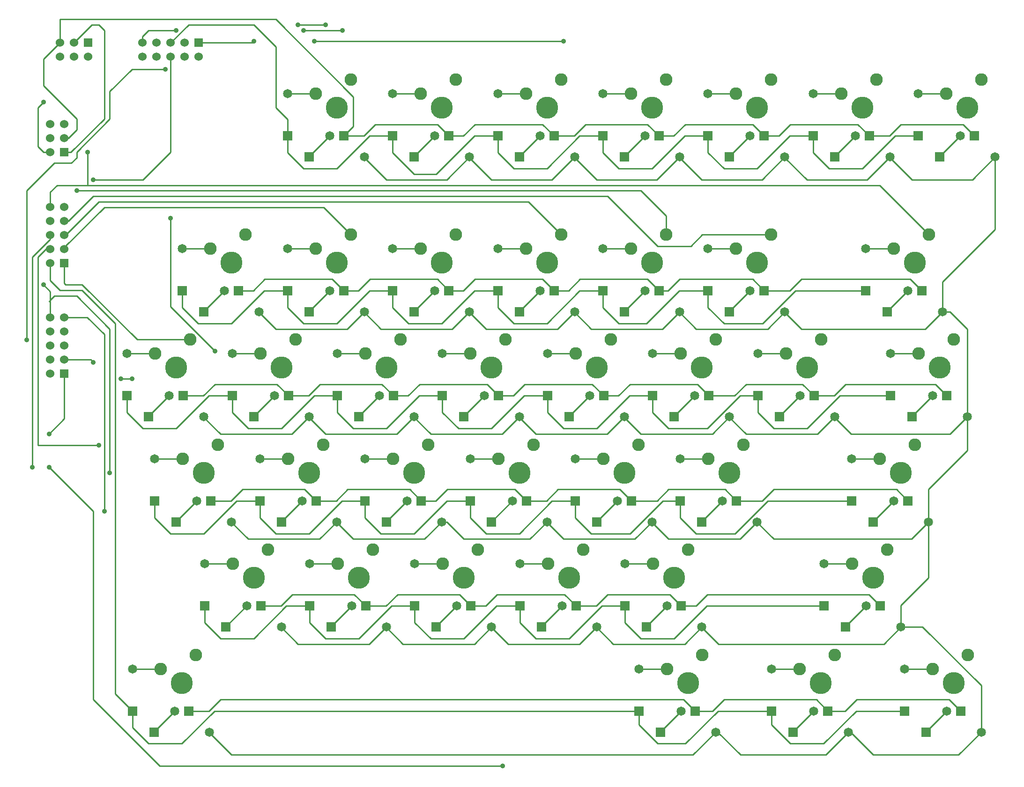
<source format=gtl>
G04 (created by PCBNEW (2013-07-07 BZR 4022)-stable) date 11/1/2014 6:00:42 PM*
%MOIN*%
G04 Gerber Fmt 3.4, Leading zero omitted, Abs format*
%FSLAX34Y34*%
G01*
G70*
G90*
G04 APERTURE LIST*
%ADD10C,0.00590551*%
%ADD11C,0.09*%
%ADD12C,0.157*%
%ADD13C,0.065*%
%ADD14R,0.065X0.065*%
%ADD15R,0.06X0.06*%
%ADD16C,0.06*%
%ADD17C,0.035*%
%ADD18C,0.01*%
G04 APERTURE END LIST*
G54D10*
G54D11*
X46669Y-15716D03*
X44169Y-16716D03*
G54D12*
X45669Y-17716D03*
G54D13*
X42169Y-16716D03*
G54D14*
X42169Y-19716D03*
G54D13*
X45169Y-19716D03*
G54D14*
X46169Y-19716D03*
X43700Y-21216D03*
G54D13*
X47637Y-21216D03*
G54D11*
X57692Y-34220D03*
X55192Y-35220D03*
G54D12*
X56692Y-36220D03*
G54D13*
X53192Y-35220D03*
G54D14*
X53192Y-38220D03*
G54D13*
X56192Y-38220D03*
G54D14*
X57192Y-38220D03*
X54724Y-39720D03*
G54D13*
X58661Y-39720D03*
G54D11*
X52181Y-41700D03*
X49681Y-42700D03*
G54D12*
X51181Y-43700D03*
G54D13*
X47681Y-42700D03*
G54D14*
X47681Y-45700D03*
G54D13*
X50681Y-45700D03*
G54D14*
X51681Y-45700D03*
X49212Y-47200D03*
G54D13*
X53149Y-47200D03*
G54D11*
X48244Y-49181D03*
X45744Y-50181D03*
G54D12*
X47244Y-51181D03*
G54D13*
X43744Y-50181D03*
G54D14*
X43744Y-53181D03*
G54D13*
X46744Y-53181D03*
G54D14*
X47744Y-53181D03*
X45275Y-54681D03*
G54D13*
X49212Y-54681D03*
G54D11*
X28165Y-56661D03*
X25665Y-57661D03*
G54D12*
X27165Y-58661D03*
G54D13*
X23665Y-57661D03*
G54D14*
X23665Y-60661D03*
G54D13*
X26665Y-60661D03*
G54D14*
X27665Y-60661D03*
X25196Y-62161D03*
G54D13*
X29133Y-62161D03*
G54D11*
X54149Y-15716D03*
X51649Y-16716D03*
G54D12*
X53149Y-17716D03*
G54D13*
X49649Y-16716D03*
G54D14*
X49649Y-19716D03*
G54D13*
X52649Y-19716D03*
G54D14*
X53649Y-19716D03*
X51181Y-21216D03*
G54D13*
X55118Y-21216D03*
G54D11*
X46669Y-26740D03*
X44169Y-27740D03*
G54D12*
X45669Y-28740D03*
G54D13*
X42169Y-27740D03*
G54D14*
X42169Y-30740D03*
G54D13*
X45169Y-30740D03*
G54D14*
X46169Y-30740D03*
X43700Y-32240D03*
G54D13*
X47637Y-32240D03*
G54D11*
X50212Y-34220D03*
X47712Y-35220D03*
G54D12*
X49212Y-36220D03*
G54D13*
X45712Y-35220D03*
G54D14*
X45712Y-38220D03*
G54D13*
X48712Y-38220D03*
G54D14*
X49712Y-38220D03*
X47244Y-39720D03*
G54D13*
X51181Y-39720D03*
G54D11*
X44700Y-41700D03*
X42200Y-42700D03*
G54D12*
X43700Y-43700D03*
G54D13*
X40200Y-42700D03*
G54D14*
X40200Y-45700D03*
G54D13*
X43200Y-45700D03*
G54D14*
X44200Y-45700D03*
X41732Y-47200D03*
G54D13*
X45669Y-47200D03*
G54D11*
X40763Y-49181D03*
X38263Y-50181D03*
G54D12*
X39763Y-51181D03*
G54D13*
X36263Y-50181D03*
G54D14*
X36263Y-53181D03*
G54D13*
X39263Y-53181D03*
G54D14*
X40263Y-53181D03*
X37795Y-54681D03*
G54D13*
X41732Y-54681D03*
G54D11*
X84070Y-15716D03*
X81570Y-16716D03*
G54D12*
X83070Y-17716D03*
G54D13*
X79570Y-16716D03*
G54D14*
X79570Y-19716D03*
G54D13*
X82570Y-19716D03*
G54D14*
X83570Y-19716D03*
X81102Y-21216D03*
G54D13*
X85039Y-21216D03*
G54D11*
X39188Y-26740D03*
X36688Y-27740D03*
G54D12*
X38188Y-28740D03*
G54D13*
X34688Y-27740D03*
G54D14*
X34688Y-30740D03*
G54D13*
X37688Y-30740D03*
G54D14*
X38688Y-30740D03*
X36220Y-32240D03*
G54D13*
X40157Y-32240D03*
G54D11*
X42732Y-34220D03*
X40232Y-35220D03*
G54D12*
X41732Y-36220D03*
G54D13*
X38232Y-35220D03*
G54D14*
X38232Y-38220D03*
G54D13*
X41232Y-38220D03*
G54D14*
X42232Y-38220D03*
X39763Y-39720D03*
G54D13*
X43700Y-39720D03*
G54D11*
X37220Y-41700D03*
X34720Y-42700D03*
G54D12*
X36220Y-43700D03*
G54D13*
X32720Y-42700D03*
G54D14*
X32720Y-45700D03*
G54D13*
X35720Y-45700D03*
G54D14*
X36720Y-45700D03*
X34251Y-47200D03*
G54D13*
X38188Y-47200D03*
G54D11*
X33283Y-49181D03*
X30783Y-50181D03*
G54D12*
X32283Y-51181D03*
G54D13*
X28783Y-50181D03*
G54D14*
X28783Y-53181D03*
G54D13*
X31783Y-53181D03*
G54D14*
X32783Y-53181D03*
X30314Y-54681D03*
G54D13*
X34251Y-54681D03*
G54D11*
X39188Y-15716D03*
X36688Y-16716D03*
G54D12*
X38188Y-17716D03*
G54D13*
X34688Y-16716D03*
G54D14*
X34688Y-19716D03*
G54D13*
X37688Y-19716D03*
G54D14*
X38688Y-19716D03*
X36220Y-21216D03*
G54D13*
X40157Y-21216D03*
G54D11*
X31708Y-26740D03*
X29208Y-27740D03*
G54D12*
X30708Y-28740D03*
G54D13*
X27208Y-27740D03*
G54D14*
X27208Y-30740D03*
G54D13*
X30208Y-30740D03*
G54D14*
X31208Y-30740D03*
X28740Y-32240D03*
G54D13*
X32677Y-32240D03*
G54D11*
X35251Y-34220D03*
X32751Y-35220D03*
G54D12*
X34251Y-36220D03*
G54D13*
X30751Y-35220D03*
G54D14*
X30751Y-38220D03*
G54D13*
X33751Y-38220D03*
G54D14*
X34751Y-38220D03*
X32283Y-39720D03*
G54D13*
X36220Y-39720D03*
G54D11*
X29740Y-41700D03*
X27240Y-42700D03*
G54D12*
X28740Y-43700D03*
G54D13*
X25240Y-42700D03*
G54D14*
X25240Y-45700D03*
G54D13*
X28240Y-45700D03*
G54D14*
X29240Y-45700D03*
X26771Y-47200D03*
G54D13*
X30708Y-47200D03*
G54D11*
X27771Y-34220D03*
X25271Y-35220D03*
G54D12*
X26771Y-36220D03*
G54D13*
X23271Y-35220D03*
G54D14*
X23271Y-38220D03*
G54D13*
X26271Y-38220D03*
G54D14*
X27271Y-38220D03*
X24803Y-39720D03*
G54D13*
X28740Y-39720D03*
G54D11*
X54149Y-26740D03*
X51649Y-27740D03*
G54D12*
X53149Y-28740D03*
G54D13*
X49649Y-27740D03*
G54D14*
X49649Y-30740D03*
G54D13*
X52649Y-30740D03*
G54D14*
X53649Y-30740D03*
X51181Y-32240D03*
G54D13*
X55118Y-32240D03*
G54D11*
X80330Y-26740D03*
X77830Y-27740D03*
G54D12*
X79330Y-28740D03*
G54D13*
X75830Y-27740D03*
G54D14*
X75830Y-30740D03*
G54D13*
X78830Y-30740D03*
G54D14*
X79830Y-30740D03*
X77362Y-32240D03*
G54D13*
X81299Y-32240D03*
G54D11*
X82102Y-34220D03*
X79602Y-35220D03*
G54D12*
X81102Y-36220D03*
G54D13*
X77602Y-35220D03*
G54D14*
X77602Y-38220D03*
G54D13*
X80602Y-38220D03*
G54D14*
X81602Y-38220D03*
X79133Y-39720D03*
G54D13*
X83070Y-39720D03*
G54D11*
X79346Y-41700D03*
X76846Y-42700D03*
G54D12*
X78346Y-43700D03*
G54D13*
X74846Y-42700D03*
G54D14*
X74846Y-45700D03*
G54D13*
X77846Y-45700D03*
G54D14*
X78846Y-45700D03*
X76377Y-47200D03*
G54D13*
X80314Y-47200D03*
G54D11*
X77377Y-49181D03*
X74877Y-50181D03*
G54D12*
X76377Y-51181D03*
G54D13*
X72877Y-50181D03*
G54D14*
X72877Y-53181D03*
G54D13*
X75877Y-53181D03*
G54D14*
X76877Y-53181D03*
X74409Y-54681D03*
G54D13*
X78346Y-54681D03*
G54D11*
X83086Y-56661D03*
X80586Y-57661D03*
G54D12*
X82086Y-58661D03*
G54D13*
X78586Y-57661D03*
G54D14*
X78586Y-60661D03*
G54D13*
X81586Y-60661D03*
G54D14*
X82586Y-60661D03*
X80118Y-62161D03*
G54D13*
X84055Y-62161D03*
G54D11*
X76590Y-15716D03*
X74090Y-16716D03*
G54D12*
X75590Y-17716D03*
G54D13*
X72090Y-16716D03*
G54D14*
X72090Y-19716D03*
G54D13*
X75090Y-19716D03*
G54D14*
X76090Y-19716D03*
X73622Y-21216D03*
G54D13*
X77559Y-21216D03*
G54D11*
X69110Y-26740D03*
X66610Y-27740D03*
G54D12*
X68110Y-28740D03*
G54D13*
X64610Y-27740D03*
G54D14*
X64610Y-30740D03*
G54D13*
X67610Y-30740D03*
G54D14*
X68610Y-30740D03*
X66141Y-32240D03*
G54D13*
X70078Y-32240D03*
G54D11*
X72653Y-34220D03*
X70153Y-35220D03*
G54D12*
X71653Y-36220D03*
G54D13*
X68153Y-35220D03*
G54D14*
X68153Y-38220D03*
G54D13*
X71153Y-38220D03*
G54D14*
X72153Y-38220D03*
X69685Y-39720D03*
G54D13*
X73622Y-39720D03*
G54D11*
X67141Y-41700D03*
X64641Y-42700D03*
G54D12*
X66141Y-43700D03*
G54D13*
X62641Y-42700D03*
G54D14*
X62641Y-45700D03*
G54D13*
X65641Y-45700D03*
G54D14*
X66641Y-45700D03*
X64173Y-47200D03*
G54D13*
X68110Y-47200D03*
G54D11*
X63204Y-49181D03*
X60704Y-50181D03*
G54D12*
X62204Y-51181D03*
G54D13*
X58704Y-50181D03*
G54D14*
X58704Y-53181D03*
G54D13*
X61704Y-53181D03*
G54D14*
X62704Y-53181D03*
X60236Y-54681D03*
G54D13*
X64173Y-54681D03*
G54D11*
X73637Y-56661D03*
X71137Y-57661D03*
G54D12*
X72637Y-58661D03*
G54D13*
X69137Y-57661D03*
G54D14*
X69137Y-60661D03*
G54D13*
X72137Y-60661D03*
G54D14*
X73137Y-60661D03*
X70669Y-62161D03*
G54D13*
X74606Y-62161D03*
G54D11*
X69110Y-15716D03*
X66610Y-16716D03*
G54D12*
X68110Y-17716D03*
G54D13*
X64610Y-16716D03*
G54D14*
X64610Y-19716D03*
G54D13*
X67610Y-19716D03*
G54D14*
X68610Y-19716D03*
X66141Y-21216D03*
G54D13*
X70078Y-21216D03*
G54D11*
X61629Y-26740D03*
X59129Y-27740D03*
G54D12*
X60629Y-28740D03*
G54D13*
X57129Y-27740D03*
G54D14*
X57129Y-30740D03*
G54D13*
X60129Y-30740D03*
G54D14*
X61129Y-30740D03*
X58661Y-32240D03*
G54D13*
X62598Y-32240D03*
G54D11*
X65173Y-34220D03*
X62673Y-35220D03*
G54D12*
X64173Y-36220D03*
G54D13*
X60673Y-35220D03*
G54D14*
X60673Y-38220D03*
G54D13*
X63673Y-38220D03*
G54D14*
X64673Y-38220D03*
X62204Y-39720D03*
G54D13*
X66141Y-39720D03*
G54D11*
X59661Y-41700D03*
X57161Y-42700D03*
G54D12*
X58661Y-43700D03*
G54D13*
X55161Y-42700D03*
G54D14*
X55161Y-45700D03*
G54D13*
X58161Y-45700D03*
G54D14*
X59161Y-45700D03*
X56692Y-47200D03*
G54D13*
X60629Y-47200D03*
G54D11*
X55724Y-49181D03*
X53224Y-50181D03*
G54D12*
X54724Y-51181D03*
G54D13*
X51224Y-50181D03*
G54D14*
X51224Y-53181D03*
G54D13*
X54224Y-53181D03*
G54D14*
X55224Y-53181D03*
X52755Y-54681D03*
G54D13*
X56692Y-54681D03*
G54D11*
X64188Y-56661D03*
X61688Y-57661D03*
G54D12*
X63188Y-58661D03*
G54D13*
X59688Y-57661D03*
G54D14*
X59688Y-60661D03*
G54D13*
X62688Y-60661D03*
G54D14*
X63688Y-60661D03*
X61220Y-62161D03*
G54D13*
X65157Y-62161D03*
G54D11*
X61629Y-15716D03*
X59129Y-16716D03*
G54D12*
X60629Y-17716D03*
G54D13*
X57129Y-16716D03*
G54D14*
X57129Y-19716D03*
G54D13*
X60129Y-19716D03*
G54D14*
X61129Y-19716D03*
X58661Y-21216D03*
G54D13*
X62598Y-21216D03*
G54D15*
X28377Y-13082D03*
G54D16*
X28377Y-14082D03*
X27377Y-13082D03*
X27377Y-14082D03*
X26377Y-13082D03*
X26377Y-14082D03*
X25377Y-13082D03*
X25377Y-14082D03*
X24377Y-13082D03*
X24377Y-14082D03*
G54D15*
X18807Y-36645D03*
G54D16*
X17807Y-36645D03*
X18807Y-35645D03*
X17807Y-35645D03*
X18807Y-34645D03*
X17807Y-34645D03*
X18807Y-33645D03*
X17807Y-33645D03*
X18807Y-32645D03*
X17807Y-32645D03*
G54D15*
X18807Y-28771D03*
G54D16*
X17807Y-28771D03*
X18807Y-27771D03*
X17807Y-27771D03*
X18807Y-26771D03*
X17807Y-26771D03*
X18807Y-25771D03*
X17807Y-25771D03*
X18807Y-24771D03*
X17807Y-24771D03*
G54D15*
X20488Y-13082D03*
G54D16*
X20488Y-14082D03*
X19488Y-13082D03*
X19488Y-14082D03*
X18488Y-13082D03*
X18488Y-14082D03*
G54D15*
X18807Y-20881D03*
G54D16*
X17807Y-20881D03*
X18807Y-19881D03*
X17807Y-19881D03*
X18807Y-18881D03*
X17807Y-18881D03*
G54D17*
X20866Y-35826D03*
X22834Y-37007D03*
X23622Y-37007D03*
X20866Y-22834D03*
X25984Y-14960D03*
X16141Y-34251D03*
X32283Y-12992D03*
X36614Y-12992D03*
X54330Y-12992D03*
X50000Y-64566D03*
X17716Y-43307D03*
X17716Y-40944D03*
X26377Y-25590D03*
X29527Y-35039D03*
X17322Y-17322D03*
X35433Y-11811D03*
X37401Y-11811D03*
X17322Y-30314D03*
X22047Y-43700D03*
X26771Y-12204D03*
X35826Y-12204D03*
X38582Y-12204D03*
X21653Y-46456D03*
X16535Y-43307D03*
X21259Y-41732D03*
X20472Y-20866D03*
X19685Y-23622D03*
G54D18*
X18807Y-19881D02*
X19094Y-19881D01*
X17322Y-14248D02*
X18488Y-13082D01*
X17322Y-16141D02*
X17322Y-14248D01*
X19685Y-18503D02*
X17322Y-16141D01*
X19685Y-19291D02*
X19685Y-18503D01*
X19094Y-19881D02*
X19685Y-19291D01*
X18488Y-13082D02*
X18488Y-11433D01*
X39370Y-19035D02*
X38688Y-19716D01*
X39370Y-16929D02*
X39370Y-19035D01*
X33858Y-11417D02*
X39370Y-16929D01*
X18503Y-11417D02*
X33858Y-11417D01*
X18488Y-11433D02*
X18503Y-11417D01*
X76090Y-19716D02*
X77527Y-19716D01*
X77527Y-19716D02*
X78346Y-18897D01*
X78346Y-18897D02*
X82751Y-18897D01*
X82751Y-18897D02*
X83570Y-19716D01*
X68610Y-19716D02*
X69653Y-19716D01*
X75271Y-18897D02*
X76090Y-19716D01*
X70472Y-18897D02*
X75271Y-18897D01*
X69653Y-19716D02*
X70472Y-18897D01*
X61129Y-19716D02*
X62173Y-19716D01*
X67791Y-18897D02*
X68610Y-19716D01*
X62992Y-18897D02*
X67791Y-18897D01*
X62173Y-19716D02*
X62992Y-18897D01*
X53649Y-19716D02*
X55086Y-19716D01*
X60311Y-18897D02*
X61129Y-19716D01*
X55905Y-18897D02*
X60311Y-18897D01*
X55086Y-19716D02*
X55905Y-18897D01*
X46169Y-19716D02*
X47212Y-19716D01*
X52830Y-18897D02*
X53649Y-19716D01*
X48031Y-18897D02*
X52830Y-18897D01*
X47212Y-19716D02*
X48031Y-18897D01*
X38688Y-19716D02*
X40125Y-19716D01*
X45350Y-18897D02*
X46169Y-19716D01*
X40944Y-18897D02*
X45350Y-18897D01*
X40125Y-19716D02*
X40944Y-18897D01*
X68610Y-30740D02*
X70440Y-30740D01*
X70440Y-30740D02*
X71259Y-29921D01*
X71259Y-29921D02*
X79011Y-29921D01*
X79011Y-29921D02*
X79830Y-30740D01*
X61129Y-30740D02*
X61779Y-30740D01*
X67791Y-29921D02*
X68610Y-30740D01*
X62598Y-29921D02*
X67791Y-29921D01*
X61779Y-30740D02*
X62598Y-29921D01*
X53649Y-30740D02*
X54692Y-30740D01*
X60311Y-29921D02*
X61129Y-30740D01*
X55511Y-29921D02*
X60311Y-29921D01*
X54692Y-30740D02*
X55511Y-29921D01*
X46169Y-30740D02*
X47212Y-30740D01*
X52830Y-29921D02*
X53649Y-30740D01*
X48031Y-29921D02*
X52830Y-29921D01*
X47212Y-30740D02*
X48031Y-29921D01*
X38688Y-30740D02*
X39732Y-30740D01*
X45350Y-29921D02*
X46169Y-30740D01*
X40551Y-29921D02*
X45350Y-29921D01*
X39732Y-30740D02*
X40551Y-29921D01*
X31208Y-30740D02*
X32251Y-30740D01*
X37870Y-29921D02*
X38688Y-30740D01*
X33070Y-29921D02*
X37870Y-29921D01*
X32251Y-30740D02*
X33070Y-29921D01*
X72153Y-38220D02*
X73590Y-38220D01*
X73590Y-38220D02*
X74409Y-37401D01*
X74409Y-37401D02*
X80783Y-37401D01*
X80783Y-37401D02*
X81602Y-38220D01*
X64673Y-38220D02*
X66503Y-38220D01*
X71334Y-37401D02*
X72153Y-38220D01*
X67322Y-37401D02*
X71334Y-37401D01*
X66503Y-38220D02*
X67322Y-37401D01*
X57192Y-38220D02*
X58236Y-38220D01*
X63854Y-37401D02*
X64673Y-38220D01*
X59055Y-37401D02*
X63854Y-37401D01*
X58236Y-38220D02*
X59055Y-37401D01*
X49712Y-38220D02*
X50755Y-38220D01*
X56374Y-37401D02*
X57192Y-38220D01*
X51574Y-37401D02*
X56374Y-37401D01*
X50755Y-38220D02*
X51574Y-37401D01*
X42232Y-38220D02*
X43275Y-38220D01*
X48893Y-37401D02*
X49712Y-38220D01*
X44094Y-37401D02*
X48893Y-37401D01*
X43275Y-38220D02*
X44094Y-37401D01*
X34751Y-38220D02*
X36188Y-38220D01*
X41413Y-37401D02*
X42232Y-38220D01*
X37007Y-37401D02*
X41413Y-37401D01*
X36188Y-38220D02*
X37007Y-37401D01*
X27271Y-38220D02*
X28708Y-38220D01*
X33933Y-37401D02*
X34751Y-38220D01*
X29527Y-37401D02*
X33933Y-37401D01*
X28708Y-38220D02*
X29527Y-37401D01*
X66641Y-45700D02*
X68472Y-45700D01*
X68472Y-45700D02*
X69291Y-44881D01*
X69291Y-44881D02*
X78027Y-44881D01*
X78027Y-44881D02*
X78846Y-45700D01*
X59161Y-45700D02*
X60992Y-45700D01*
X65822Y-44881D02*
X66641Y-45700D01*
X61811Y-44881D02*
X65822Y-44881D01*
X60992Y-45700D02*
X61811Y-44881D01*
X51681Y-45700D02*
X53118Y-45700D01*
X58342Y-44881D02*
X59161Y-45700D01*
X53937Y-44881D02*
X58342Y-44881D01*
X53118Y-45700D02*
X53937Y-44881D01*
X44200Y-45700D02*
X45244Y-45700D01*
X50862Y-44881D02*
X51681Y-45700D01*
X46062Y-44881D02*
X50862Y-44881D01*
X45244Y-45700D02*
X46062Y-44881D01*
X36720Y-45700D02*
X38157Y-45700D01*
X43381Y-44881D02*
X44200Y-45700D01*
X38976Y-44881D02*
X43381Y-44881D01*
X38157Y-45700D02*
X38976Y-44881D01*
X29240Y-45700D02*
X30677Y-45700D01*
X35901Y-44881D02*
X36720Y-45700D01*
X31496Y-44881D02*
X35901Y-44881D01*
X30677Y-45700D02*
X31496Y-44881D01*
X62704Y-53181D02*
X63748Y-53181D01*
X63748Y-53181D02*
X64566Y-52362D01*
X64566Y-52362D02*
X76059Y-52362D01*
X76059Y-52362D02*
X76877Y-53181D01*
X55224Y-53181D02*
X56661Y-53181D01*
X61885Y-52362D02*
X62704Y-53181D01*
X57480Y-52362D02*
X61885Y-52362D01*
X56661Y-53181D02*
X57480Y-52362D01*
X47744Y-53181D02*
X48787Y-53181D01*
X54405Y-52362D02*
X55224Y-53181D01*
X49606Y-52362D02*
X54405Y-52362D01*
X48787Y-53181D02*
X49606Y-52362D01*
X40263Y-53181D02*
X41700Y-53181D01*
X46925Y-52362D02*
X47744Y-53181D01*
X42519Y-52362D02*
X46925Y-52362D01*
X41700Y-53181D02*
X42519Y-52362D01*
X32783Y-53181D02*
X34220Y-53181D01*
X39444Y-52362D02*
X40263Y-53181D01*
X35039Y-52362D02*
X39444Y-52362D01*
X34220Y-53181D02*
X35039Y-52362D01*
X27665Y-60661D02*
X29102Y-60661D01*
X62870Y-59842D02*
X63688Y-60661D01*
X29921Y-59842D02*
X62870Y-59842D01*
X29102Y-60661D02*
X29921Y-59842D01*
X63688Y-60661D02*
X64929Y-60661D01*
X72318Y-59842D02*
X73137Y-60661D01*
X65748Y-59842D02*
X72318Y-59842D01*
X64929Y-60661D02*
X65748Y-59842D01*
X73137Y-60661D02*
X74377Y-60661D01*
X81767Y-59842D02*
X82586Y-60661D01*
X75196Y-59842D02*
X81767Y-59842D01*
X74377Y-60661D02*
X75196Y-59842D01*
X78586Y-57661D02*
X80586Y-57661D01*
X58704Y-50181D02*
X60704Y-50181D01*
X54724Y-39720D02*
X54724Y-39688D01*
X54724Y-39688D02*
X56192Y-38220D01*
X81102Y-21216D02*
X81102Y-21185D01*
X81102Y-21185D02*
X82570Y-19716D01*
X80118Y-62161D02*
X80118Y-62129D01*
X80118Y-62129D02*
X81586Y-60661D01*
X60236Y-54681D02*
X60236Y-54649D01*
X60236Y-54649D02*
X61704Y-53181D01*
X69137Y-57661D02*
X71137Y-57661D01*
X28783Y-50181D02*
X30783Y-50181D01*
X36220Y-32240D02*
X36220Y-32208D01*
X36220Y-32208D02*
X37688Y-30740D01*
X38232Y-35220D02*
X40232Y-35220D01*
X39763Y-39720D02*
X39763Y-39688D01*
X39763Y-39688D02*
X41232Y-38220D01*
X32720Y-42700D02*
X34720Y-42700D01*
X34251Y-47200D02*
X34251Y-47169D01*
X34251Y-47169D02*
X35720Y-45700D01*
X81299Y-32240D02*
X81299Y-30118D01*
X85039Y-26377D02*
X85039Y-21216D01*
X81299Y-30118D02*
X85039Y-26377D01*
X83070Y-39720D02*
X83070Y-33464D01*
X81846Y-32240D02*
X81299Y-32240D01*
X83070Y-33464D02*
X81846Y-32240D01*
X80314Y-47200D02*
X80314Y-44881D01*
X83070Y-42125D02*
X83070Y-39720D01*
X80314Y-44881D02*
X83070Y-42125D01*
X78346Y-54681D02*
X78346Y-53149D01*
X80314Y-51181D02*
X80314Y-47200D01*
X78346Y-53149D02*
X80314Y-51181D01*
X84055Y-62161D02*
X84055Y-58858D01*
X79877Y-54681D02*
X78346Y-54681D01*
X84055Y-58858D02*
X79877Y-54681D01*
X77559Y-21216D02*
X77559Y-21259D01*
X77559Y-21259D02*
X79133Y-22834D01*
X79133Y-22834D02*
X83421Y-22834D01*
X83421Y-22834D02*
X85039Y-21216D01*
X70078Y-21216D02*
X70078Y-21259D01*
X75940Y-22834D02*
X77559Y-21216D01*
X71653Y-22834D02*
X75940Y-22834D01*
X70078Y-21259D02*
X71653Y-22834D01*
X62598Y-21216D02*
X62598Y-21259D01*
X68460Y-22834D02*
X70078Y-21216D01*
X64173Y-22834D02*
X68460Y-22834D01*
X62598Y-21259D02*
X64173Y-22834D01*
X55118Y-21216D02*
X55118Y-21259D01*
X60980Y-22834D02*
X62598Y-21216D01*
X56692Y-22834D02*
X60980Y-22834D01*
X55118Y-21259D02*
X56692Y-22834D01*
X47637Y-21216D02*
X47637Y-21259D01*
X53500Y-22834D02*
X55118Y-21216D01*
X49212Y-22834D02*
X53500Y-22834D01*
X47637Y-21259D02*
X49212Y-22834D01*
X40157Y-21216D02*
X40157Y-21259D01*
X46019Y-22834D02*
X47637Y-21216D01*
X41732Y-22834D02*
X46019Y-22834D01*
X40157Y-21259D02*
X41732Y-22834D01*
X70078Y-32240D02*
X70078Y-32283D01*
X70078Y-32283D02*
X71259Y-33464D01*
X71259Y-33464D02*
X80074Y-33464D01*
X80074Y-33464D02*
X81299Y-32240D01*
X62598Y-32240D02*
X62598Y-32283D01*
X68854Y-33464D02*
X70078Y-32240D01*
X63779Y-33464D02*
X68854Y-33464D01*
X62598Y-32283D02*
X63779Y-33464D01*
X55118Y-32240D02*
X55118Y-32283D01*
X61374Y-33464D02*
X62598Y-32240D01*
X56299Y-33464D02*
X61374Y-33464D01*
X55118Y-32283D02*
X56299Y-33464D01*
X47637Y-32240D02*
X47637Y-32283D01*
X53893Y-33464D02*
X55118Y-32240D01*
X48818Y-33464D02*
X53893Y-33464D01*
X47637Y-32283D02*
X48818Y-33464D01*
X40157Y-32240D02*
X40157Y-32283D01*
X46413Y-33464D02*
X47637Y-32240D01*
X41338Y-33464D02*
X46413Y-33464D01*
X40157Y-32283D02*
X41338Y-33464D01*
X32677Y-32240D02*
X32677Y-32283D01*
X38933Y-33464D02*
X40157Y-32240D01*
X33858Y-33464D02*
X38933Y-33464D01*
X32677Y-32283D02*
X33858Y-33464D01*
X73622Y-39720D02*
X73622Y-39763D01*
X73622Y-39763D02*
X74803Y-40944D01*
X74803Y-40944D02*
X81846Y-40944D01*
X81846Y-40944D02*
X83070Y-39720D01*
X66141Y-39720D02*
X66141Y-39763D01*
X72397Y-40944D02*
X73622Y-39720D01*
X67322Y-40944D02*
X72397Y-40944D01*
X66141Y-39763D02*
X67322Y-40944D01*
X58661Y-39720D02*
X58661Y-39763D01*
X64917Y-40944D02*
X66141Y-39720D01*
X59842Y-40944D02*
X64917Y-40944D01*
X58661Y-39763D02*
X59842Y-40944D01*
X51181Y-39720D02*
X51181Y-39763D01*
X57437Y-40944D02*
X58661Y-39720D01*
X52362Y-40944D02*
X57437Y-40944D01*
X51181Y-39763D02*
X52362Y-40944D01*
X43700Y-39720D02*
X43700Y-39763D01*
X49956Y-40944D02*
X51181Y-39720D01*
X44881Y-40944D02*
X49956Y-40944D01*
X43700Y-39763D02*
X44881Y-40944D01*
X36220Y-39720D02*
X36220Y-39763D01*
X42476Y-40944D02*
X43700Y-39720D01*
X37401Y-40944D02*
X42476Y-40944D01*
X36220Y-39763D02*
X37401Y-40944D01*
X28740Y-39720D02*
X28740Y-39763D01*
X34996Y-40944D02*
X36220Y-39720D01*
X29921Y-40944D02*
X34996Y-40944D01*
X28740Y-39763D02*
X29921Y-40944D01*
X68110Y-47200D02*
X68110Y-47244D01*
X68110Y-47244D02*
X69291Y-48425D01*
X69291Y-48425D02*
X79090Y-48425D01*
X79090Y-48425D02*
X80314Y-47200D01*
X60629Y-47200D02*
X60629Y-47244D01*
X66885Y-48425D02*
X68110Y-47200D01*
X61811Y-48425D02*
X66885Y-48425D01*
X60629Y-47244D02*
X61811Y-48425D01*
X53149Y-47200D02*
X53149Y-47244D01*
X59405Y-48425D02*
X60629Y-47200D01*
X54330Y-48425D02*
X59405Y-48425D01*
X53149Y-47244D02*
X54330Y-48425D01*
X45669Y-47200D02*
X46019Y-47200D01*
X51925Y-48425D02*
X53149Y-47200D01*
X47244Y-48425D02*
X51925Y-48425D01*
X46019Y-47200D02*
X47244Y-48425D01*
X38188Y-47200D02*
X38188Y-47244D01*
X44444Y-48425D02*
X45669Y-47200D01*
X39370Y-48425D02*
X44444Y-48425D01*
X38188Y-47244D02*
X39370Y-48425D01*
X30708Y-47200D02*
X30708Y-47244D01*
X36964Y-48425D02*
X38188Y-47200D01*
X31889Y-48425D02*
X36964Y-48425D01*
X30708Y-47244D02*
X31889Y-48425D01*
X64173Y-54681D02*
X64173Y-54724D01*
X64173Y-54724D02*
X65354Y-55905D01*
X65354Y-55905D02*
X77122Y-55905D01*
X77122Y-55905D02*
X78346Y-54681D01*
X56692Y-54681D02*
X56692Y-54724D01*
X62948Y-55905D02*
X64173Y-54681D01*
X57874Y-55905D02*
X62948Y-55905D01*
X56692Y-54724D02*
X57874Y-55905D01*
X49212Y-54681D02*
X49212Y-54724D01*
X55468Y-55905D02*
X56692Y-54681D01*
X50393Y-55905D02*
X55468Y-55905D01*
X49212Y-54724D02*
X50393Y-55905D01*
X41732Y-54681D02*
X41732Y-54724D01*
X47988Y-55905D02*
X49212Y-54681D01*
X42913Y-55905D02*
X47988Y-55905D01*
X41732Y-54724D02*
X42913Y-55905D01*
X34251Y-54681D02*
X34251Y-54724D01*
X40507Y-55905D02*
X41732Y-54681D01*
X35433Y-55905D02*
X40507Y-55905D01*
X34251Y-54724D02*
X35433Y-55905D01*
X74606Y-62161D02*
X74759Y-62161D01*
X82437Y-63779D02*
X84055Y-62161D01*
X76377Y-63779D02*
X82437Y-63779D01*
X74759Y-62161D02*
X76377Y-63779D01*
X65157Y-62161D02*
X65311Y-62161D01*
X72988Y-63779D02*
X74606Y-62161D01*
X66929Y-63779D02*
X72988Y-63779D01*
X65311Y-62161D02*
X66929Y-63779D01*
X29133Y-62161D02*
X29133Y-62204D01*
X63539Y-63779D02*
X65157Y-62161D01*
X30708Y-63779D02*
X63539Y-63779D01*
X29133Y-62204D02*
X30708Y-63779D01*
X34688Y-16716D02*
X36688Y-16716D01*
X36220Y-21216D02*
X36220Y-21185D01*
X36220Y-21185D02*
X37688Y-19716D01*
X27208Y-27740D02*
X29208Y-27740D01*
X28740Y-32240D02*
X28740Y-32208D01*
X28740Y-32208D02*
X30208Y-30740D01*
X70669Y-62161D02*
X70669Y-62129D01*
X70669Y-62129D02*
X72137Y-60661D01*
X52755Y-54681D02*
X52755Y-54649D01*
X52755Y-54649D02*
X54224Y-53181D01*
X59688Y-57661D02*
X61688Y-57661D01*
X61220Y-62161D02*
X61220Y-62129D01*
X61220Y-62129D02*
X62688Y-60661D01*
X45275Y-54681D02*
X45275Y-54649D01*
X45275Y-54649D02*
X46744Y-53181D01*
X23665Y-57661D02*
X25665Y-57661D01*
X24803Y-39720D02*
X24803Y-39688D01*
X24803Y-39688D02*
X26271Y-38220D01*
X25196Y-62161D02*
X25196Y-62129D01*
X25196Y-62129D02*
X26665Y-60661D01*
X37795Y-54681D02*
X37795Y-54649D01*
X37795Y-54649D02*
X39263Y-53181D01*
X30314Y-54681D02*
X30314Y-54649D01*
X30314Y-54649D02*
X31783Y-53181D01*
X18807Y-28771D02*
X18807Y-30224D01*
X23984Y-34220D02*
X27771Y-34220D01*
X20078Y-30314D02*
X23984Y-34220D01*
X18897Y-30314D02*
X20078Y-30314D01*
X18807Y-30224D02*
X18897Y-30314D01*
X20685Y-35645D02*
X18807Y-35645D01*
X20866Y-35826D02*
X20685Y-35645D01*
X23622Y-37007D02*
X22834Y-37007D01*
X26377Y-20866D02*
X26377Y-14082D01*
X24409Y-22834D02*
X26377Y-20866D01*
X20866Y-22834D02*
X24409Y-22834D01*
X23622Y-14960D02*
X25984Y-14960D01*
X22047Y-16535D02*
X23622Y-14960D01*
X22047Y-18503D02*
X22047Y-16535D01*
X19685Y-20866D02*
X22047Y-18503D01*
X19685Y-21259D02*
X19685Y-20866D01*
X19291Y-21653D02*
X19685Y-21259D01*
X18110Y-21653D02*
X19291Y-21653D01*
X16141Y-23622D02*
X18110Y-21653D01*
X16141Y-34251D02*
X16141Y-23622D01*
X18807Y-36645D02*
X18807Y-39854D01*
X32192Y-13082D02*
X28377Y-13082D01*
X32283Y-12992D02*
X32192Y-13082D01*
X54330Y-12992D02*
X36614Y-12992D01*
X25590Y-64566D02*
X50000Y-64566D01*
X20866Y-59842D02*
X25590Y-64566D01*
X20866Y-46456D02*
X20866Y-59842D01*
X17716Y-43307D02*
X20866Y-46456D01*
X18807Y-39854D02*
X17716Y-40944D01*
X26377Y-31889D02*
X26377Y-25590D01*
X29527Y-35039D02*
X26377Y-31889D01*
X18807Y-20881D02*
X19275Y-20881D01*
X20759Y-11811D02*
X19488Y-13082D01*
X21259Y-11811D02*
X20759Y-11811D01*
X21653Y-12204D02*
X21259Y-11811D01*
X21653Y-18503D02*
X21653Y-12204D01*
X19275Y-20881D02*
X21653Y-18503D01*
X30751Y-35220D02*
X32751Y-35220D01*
X17807Y-20881D02*
X17338Y-20881D01*
X16929Y-17716D02*
X17322Y-17322D01*
X16929Y-20472D02*
X16929Y-17716D01*
X17338Y-20881D02*
X16929Y-20472D01*
X37401Y-11811D02*
X35433Y-11811D01*
X68153Y-38220D02*
X68153Y-39413D01*
X73984Y-38220D02*
X77602Y-38220D01*
X71653Y-40551D02*
X73984Y-38220D01*
X69291Y-40551D02*
X71653Y-40551D01*
X68153Y-39413D02*
X69291Y-40551D01*
X60673Y-38220D02*
X60673Y-39413D01*
X66897Y-38220D02*
X68153Y-38220D01*
X64566Y-40551D02*
X66897Y-38220D01*
X61811Y-40551D02*
X64566Y-40551D01*
X60673Y-39413D02*
X61811Y-40551D01*
X53192Y-38220D02*
X53192Y-39413D01*
X59023Y-38220D02*
X60673Y-38220D01*
X56692Y-40551D02*
X59023Y-38220D01*
X54330Y-40551D02*
X56692Y-40551D01*
X53192Y-39413D02*
X54330Y-40551D01*
X45712Y-38220D02*
X45712Y-39413D01*
X51543Y-38220D02*
X53192Y-38220D01*
X49212Y-40551D02*
X51543Y-38220D01*
X46850Y-40551D02*
X49212Y-40551D01*
X45712Y-39413D02*
X46850Y-40551D01*
X38232Y-38220D02*
X38232Y-39413D01*
X44062Y-38220D02*
X45712Y-38220D01*
X41732Y-40551D02*
X44062Y-38220D01*
X39370Y-40551D02*
X41732Y-40551D01*
X38232Y-39413D02*
X39370Y-40551D01*
X30751Y-38220D02*
X30751Y-39413D01*
X36582Y-38220D02*
X38232Y-38220D01*
X34251Y-40551D02*
X36582Y-38220D01*
X31889Y-40551D02*
X34251Y-40551D01*
X30751Y-39413D02*
X31889Y-40551D01*
X23271Y-38220D02*
X23271Y-39413D01*
X29102Y-38220D02*
X30751Y-38220D01*
X26771Y-40551D02*
X29102Y-38220D01*
X24409Y-40551D02*
X26771Y-40551D01*
X23271Y-39413D02*
X24409Y-40551D01*
X17807Y-30799D02*
X17807Y-31405D01*
X17322Y-30314D02*
X17807Y-30799D01*
X17807Y-31405D02*
X17716Y-31496D01*
X17807Y-31405D02*
X17807Y-32645D01*
X18110Y-31102D02*
X17807Y-31405D01*
X19685Y-31102D02*
X18110Y-31102D01*
X22047Y-33464D02*
X19685Y-31102D01*
X22047Y-43700D02*
X22047Y-33464D01*
X62641Y-45700D02*
X62641Y-46893D01*
X68866Y-45700D02*
X74846Y-45700D01*
X66535Y-48031D02*
X68866Y-45700D01*
X63779Y-48031D02*
X66535Y-48031D01*
X62641Y-46893D02*
X63779Y-48031D01*
X55161Y-45700D02*
X55161Y-46893D01*
X61385Y-45700D02*
X62641Y-45700D01*
X59055Y-48031D02*
X61385Y-45700D01*
X56299Y-48031D02*
X59055Y-48031D01*
X55161Y-46893D02*
X56299Y-48031D01*
X47681Y-45700D02*
X47681Y-46893D01*
X53511Y-45700D02*
X55161Y-45700D01*
X51181Y-48031D02*
X53511Y-45700D01*
X48818Y-48031D02*
X51181Y-48031D01*
X47681Y-46893D02*
X48818Y-48031D01*
X40200Y-45700D02*
X40200Y-46893D01*
X46031Y-45700D02*
X47681Y-45700D01*
X43700Y-48031D02*
X46031Y-45700D01*
X41338Y-48031D02*
X43700Y-48031D01*
X40200Y-46893D02*
X41338Y-48031D01*
X32720Y-45700D02*
X32720Y-46893D01*
X38551Y-45700D02*
X40200Y-45700D01*
X36220Y-48031D02*
X38551Y-45700D01*
X33858Y-48031D02*
X36220Y-48031D01*
X32720Y-46893D02*
X33858Y-48031D01*
X25240Y-45700D02*
X25240Y-46893D01*
X31070Y-45700D02*
X32720Y-45700D01*
X28740Y-48031D02*
X31070Y-45700D01*
X26377Y-48031D02*
X28740Y-48031D01*
X25240Y-46893D02*
X26377Y-48031D01*
X34688Y-19716D02*
X34688Y-18547D01*
X27649Y-11811D02*
X26377Y-13082D01*
X32283Y-11811D02*
X27649Y-11811D01*
X33858Y-13385D02*
X32283Y-11811D01*
X33858Y-17716D02*
X33858Y-13385D01*
X34688Y-18547D02*
X33858Y-17716D01*
X72090Y-19716D02*
X72090Y-20909D01*
X77921Y-19716D02*
X79570Y-19716D01*
X75590Y-22047D02*
X77921Y-19716D01*
X73228Y-22047D02*
X75590Y-22047D01*
X72090Y-20909D02*
X73228Y-22047D01*
X64610Y-19716D02*
X64610Y-20909D01*
X70440Y-19716D02*
X72090Y-19716D01*
X68110Y-22047D02*
X70440Y-19716D01*
X65748Y-22047D02*
X68110Y-22047D01*
X64610Y-20909D02*
X65748Y-22047D01*
X57129Y-19716D02*
X57129Y-20909D01*
X62960Y-19716D02*
X64610Y-19716D01*
X60629Y-22047D02*
X62960Y-19716D01*
X58267Y-22047D02*
X60629Y-22047D01*
X57129Y-20909D02*
X58267Y-22047D01*
X49649Y-19716D02*
X49649Y-20909D01*
X55480Y-19716D02*
X57129Y-19716D01*
X53149Y-22047D02*
X55480Y-19716D01*
X50787Y-22047D02*
X53149Y-22047D01*
X49649Y-20909D02*
X50787Y-22047D01*
X42169Y-19716D02*
X42169Y-20909D01*
X48000Y-19716D02*
X49649Y-19716D01*
X45275Y-22440D02*
X48000Y-19716D01*
X43700Y-22440D02*
X45275Y-22440D01*
X42169Y-20909D02*
X43700Y-22440D01*
X34688Y-19716D02*
X34688Y-20909D01*
X40519Y-19716D02*
X42169Y-19716D01*
X38188Y-22047D02*
X40519Y-19716D01*
X35826Y-22047D02*
X38188Y-22047D01*
X34688Y-20909D02*
X35826Y-22047D01*
X24377Y-12629D02*
X24377Y-13082D01*
X24803Y-12204D02*
X24377Y-12629D01*
X26771Y-12204D02*
X24803Y-12204D01*
X38582Y-12204D02*
X35826Y-12204D01*
X18807Y-32645D02*
X20440Y-32645D01*
X21653Y-33858D02*
X21653Y-46456D01*
X20440Y-32645D02*
X21653Y-33858D01*
X58704Y-53181D02*
X58704Y-54374D01*
X64535Y-53181D02*
X72877Y-53181D01*
X62204Y-55511D02*
X64535Y-53181D01*
X59842Y-55511D02*
X62204Y-55511D01*
X58704Y-54374D02*
X59842Y-55511D01*
X51224Y-53181D02*
X51224Y-54374D01*
X57055Y-53181D02*
X58704Y-53181D01*
X54724Y-55511D02*
X57055Y-53181D01*
X52362Y-55511D02*
X54724Y-55511D01*
X51224Y-54374D02*
X52362Y-55511D01*
X43744Y-53181D02*
X43744Y-54374D01*
X49574Y-53181D02*
X51224Y-53181D01*
X47244Y-55511D02*
X49574Y-53181D01*
X44881Y-55511D02*
X47244Y-55511D01*
X43744Y-54374D02*
X44881Y-55511D01*
X36263Y-53181D02*
X36263Y-54374D01*
X42094Y-53181D02*
X43744Y-53181D01*
X39763Y-55511D02*
X42094Y-53181D01*
X37401Y-55511D02*
X39763Y-55511D01*
X36263Y-54374D02*
X37401Y-55511D01*
X28783Y-53181D02*
X28783Y-54374D01*
X34614Y-53181D02*
X36263Y-53181D01*
X32283Y-55511D02*
X34614Y-53181D01*
X29921Y-55511D02*
X32283Y-55511D01*
X28783Y-54374D02*
X29921Y-55511D01*
X64610Y-30740D02*
X64610Y-31933D01*
X70834Y-30740D02*
X75830Y-30740D01*
X68503Y-33070D02*
X70834Y-30740D01*
X65748Y-33070D02*
X68503Y-33070D01*
X64610Y-31933D02*
X65748Y-33070D01*
X57129Y-30740D02*
X57129Y-31933D01*
X62566Y-30740D02*
X64610Y-30740D01*
X60236Y-33070D02*
X62566Y-30740D01*
X58267Y-33070D02*
X60236Y-33070D01*
X57129Y-31933D02*
X58267Y-33070D01*
X49649Y-30740D02*
X49649Y-31933D01*
X55480Y-30740D02*
X57129Y-30740D01*
X53149Y-33070D02*
X55480Y-30740D01*
X50787Y-33070D02*
X53149Y-33070D01*
X49649Y-31933D02*
X50787Y-33070D01*
X42169Y-30740D02*
X42169Y-31933D01*
X48000Y-30740D02*
X49649Y-30740D01*
X45669Y-33070D02*
X48000Y-30740D01*
X43307Y-33070D02*
X45669Y-33070D01*
X42169Y-31933D02*
X43307Y-33070D01*
X34688Y-30740D02*
X34688Y-31933D01*
X40519Y-30740D02*
X42169Y-30740D01*
X38188Y-33070D02*
X40519Y-30740D01*
X35826Y-33070D02*
X38188Y-33070D01*
X34688Y-31933D02*
X35826Y-33070D01*
X27208Y-30740D02*
X27208Y-31933D01*
X33039Y-30740D02*
X34688Y-30740D01*
X30708Y-33070D02*
X33039Y-30740D01*
X28346Y-33070D02*
X30708Y-33070D01*
X27208Y-31933D02*
X28346Y-33070D01*
X18807Y-26771D02*
X18897Y-26771D01*
X51818Y-24409D02*
X54149Y-26740D01*
X21259Y-24409D02*
X51818Y-24409D01*
X18897Y-26771D02*
X21259Y-24409D01*
X17807Y-26771D02*
X17807Y-27074D01*
X16535Y-28346D02*
X16535Y-43307D01*
X17807Y-27074D02*
X16535Y-28346D01*
X18807Y-27771D02*
X18807Y-27649D01*
X37251Y-24803D02*
X39188Y-26740D01*
X21653Y-24803D02*
X37251Y-24803D01*
X18807Y-27649D02*
X21653Y-24803D01*
X32283Y-39720D02*
X32283Y-39688D01*
X32283Y-39688D02*
X33751Y-38220D01*
X17503Y-27771D02*
X17807Y-27771D01*
X16929Y-28346D02*
X17503Y-27771D01*
X16929Y-41732D02*
X16929Y-28346D01*
X21259Y-41732D02*
X16929Y-41732D01*
X17807Y-28771D02*
X17807Y-30011D01*
X22440Y-59437D02*
X23665Y-60661D01*
X22440Y-33070D02*
X22440Y-59437D01*
X20078Y-30708D02*
X22440Y-33070D01*
X18503Y-30708D02*
X20078Y-30708D01*
X17807Y-30011D02*
X18503Y-30708D01*
X23665Y-60661D02*
X23665Y-61854D01*
X29496Y-60661D02*
X59688Y-60661D01*
X27165Y-62992D02*
X29496Y-60661D01*
X24803Y-62992D02*
X27165Y-62992D01*
X23665Y-61854D02*
X24803Y-62992D01*
X59688Y-60661D02*
X59688Y-61657D01*
X65322Y-60661D02*
X69137Y-60661D01*
X62992Y-62992D02*
X65322Y-60661D01*
X61023Y-62992D02*
X62992Y-62992D01*
X59688Y-61657D02*
X61023Y-62992D01*
X69137Y-60661D02*
X69137Y-61657D01*
X75165Y-60661D02*
X78586Y-60661D01*
X72834Y-62992D02*
X75165Y-60661D01*
X70472Y-62992D02*
X72834Y-62992D01*
X69137Y-61657D02*
X70472Y-62992D01*
X20472Y-20866D02*
X20472Y-23228D01*
X17807Y-24771D02*
X17807Y-23712D01*
X76818Y-23228D02*
X80330Y-26740D01*
X18291Y-23228D02*
X20472Y-23228D01*
X20472Y-23228D02*
X76818Y-23228D01*
X17807Y-23712D02*
X18291Y-23228D01*
X18807Y-25771D02*
X19110Y-25771D01*
X64204Y-26740D02*
X69110Y-26740D01*
X63385Y-27559D02*
X64204Y-26740D01*
X61023Y-27559D02*
X63385Y-27559D01*
X57480Y-24015D02*
X61023Y-27559D01*
X20866Y-24015D02*
X57480Y-24015D01*
X19110Y-25771D02*
X20866Y-24015D01*
X61629Y-25409D02*
X61629Y-26740D01*
X59842Y-23622D02*
X61629Y-25409D01*
X19685Y-23622D02*
X59842Y-23622D01*
X51181Y-32240D02*
X51181Y-32208D01*
X51181Y-32208D02*
X52649Y-30740D01*
X53192Y-35220D02*
X55192Y-35220D01*
X47681Y-42700D02*
X49681Y-42700D01*
X49212Y-47200D02*
X49212Y-47169D01*
X49212Y-47169D02*
X50681Y-45700D01*
X43744Y-50181D02*
X45744Y-50181D01*
X25240Y-42700D02*
X27240Y-42700D01*
X56692Y-47200D02*
X56692Y-47169D01*
X56692Y-47169D02*
X58161Y-45700D01*
X51224Y-50181D02*
X53224Y-50181D01*
X57129Y-16716D02*
X59129Y-16716D01*
X58661Y-21216D02*
X58661Y-21185D01*
X58661Y-21185D02*
X60129Y-19716D01*
X49649Y-27740D02*
X51649Y-27740D01*
X41732Y-47200D02*
X41732Y-47169D01*
X41732Y-47169D02*
X43200Y-45700D01*
X36263Y-50181D02*
X38263Y-50181D01*
X42169Y-16716D02*
X44169Y-16716D01*
X43700Y-21216D02*
X43700Y-21185D01*
X43700Y-21185D02*
X45169Y-19716D01*
X34688Y-27740D02*
X36688Y-27740D01*
X26771Y-47200D02*
X26771Y-47169D01*
X26771Y-47169D02*
X28240Y-45700D01*
X49649Y-16716D02*
X51649Y-16716D01*
X51181Y-21216D02*
X51181Y-21185D01*
X51181Y-21185D02*
X52649Y-19716D01*
X42169Y-27740D02*
X44169Y-27740D01*
X43700Y-32240D02*
X43700Y-32208D01*
X43700Y-32208D02*
X45169Y-30740D01*
X45712Y-35220D02*
X47712Y-35220D01*
X47244Y-39720D02*
X47244Y-39688D01*
X47244Y-39688D02*
X48712Y-38220D01*
X40200Y-42700D02*
X42200Y-42700D01*
X72877Y-50181D02*
X74877Y-50181D01*
X72090Y-16716D02*
X74090Y-16716D01*
X73622Y-21216D02*
X73622Y-21185D01*
X73622Y-21185D02*
X75090Y-19716D01*
X23271Y-35220D02*
X25271Y-35220D01*
X64610Y-27740D02*
X66610Y-27740D01*
X66141Y-32240D02*
X66141Y-32208D01*
X66141Y-32208D02*
X67610Y-30740D01*
X79570Y-16716D02*
X81570Y-16716D01*
X75830Y-27740D02*
X77830Y-27740D01*
X77362Y-32240D02*
X77362Y-32208D01*
X77362Y-32208D02*
X78830Y-30740D01*
X77602Y-35220D02*
X79602Y-35220D01*
X79133Y-39720D02*
X79133Y-39688D01*
X79133Y-39688D02*
X80602Y-38220D01*
X74846Y-42700D02*
X76846Y-42700D01*
X76377Y-47200D02*
X76377Y-47169D01*
X76377Y-47169D02*
X77846Y-45700D01*
X58661Y-32240D02*
X58661Y-32208D01*
X58661Y-32208D02*
X60129Y-30740D01*
X74409Y-54681D02*
X74409Y-54649D01*
X74409Y-54649D02*
X75877Y-53181D01*
X64610Y-16716D02*
X66610Y-16716D01*
X66141Y-21216D02*
X66141Y-21185D01*
X66141Y-21185D02*
X67610Y-19716D01*
X57129Y-27740D02*
X59129Y-27740D01*
X60673Y-35220D02*
X62673Y-35220D01*
X62204Y-39720D02*
X62204Y-39688D01*
X62204Y-39688D02*
X63673Y-38220D01*
X55161Y-42700D02*
X57161Y-42700D01*
X68153Y-35220D02*
X70153Y-35220D01*
X69685Y-39720D02*
X69685Y-39688D01*
X69685Y-39688D02*
X71153Y-38220D01*
X62641Y-42700D02*
X64641Y-42700D01*
X64173Y-47200D02*
X64173Y-47169D01*
X64173Y-47169D02*
X65641Y-45700D01*
M02*

</source>
